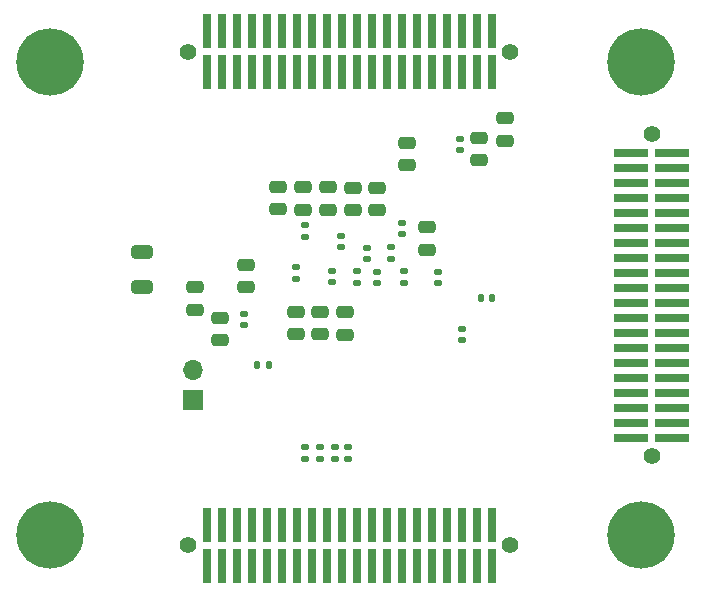
<source format=gbr>
%TF.GenerationSoftware,KiCad,Pcbnew,7.0.7-7.0.7~ubuntu22.04.1*%
%TF.CreationDate,2023-09-19T23:07:00+02:00*%
%TF.ProjectId,som_fpga,736f6d5f-6670-4676-912e-6b696361645f,rev?*%
%TF.SameCoordinates,Original*%
%TF.FileFunction,Soldermask,Bot*%
%TF.FilePolarity,Negative*%
%FSLAX46Y46*%
G04 Gerber Fmt 4.6, Leading zero omitted, Abs format (unit mm)*
G04 Created by KiCad (PCBNEW 7.0.7-7.0.7~ubuntu22.04.1) date 2023-09-19 23:07:00*
%MOMM*%
%LPD*%
G01*
G04 APERTURE LIST*
G04 Aperture macros list*
%AMRoundRect*
0 Rectangle with rounded corners*
0 $1 Rounding radius*
0 $2 $3 $4 $5 $6 $7 $8 $9 X,Y pos of 4 corners*
0 Add a 4 corners polygon primitive as box body*
4,1,4,$2,$3,$4,$5,$6,$7,$8,$9,$2,$3,0*
0 Add four circle primitives for the rounded corners*
1,1,$1+$1,$2,$3*
1,1,$1+$1,$4,$5*
1,1,$1+$1,$6,$7*
1,1,$1+$1,$8,$9*
0 Add four rect primitives between the rounded corners*
20,1,$1+$1,$2,$3,$4,$5,0*
20,1,$1+$1,$4,$5,$6,$7,0*
20,1,$1+$1,$6,$7,$8,$9,0*
20,1,$1+$1,$8,$9,$2,$3,0*%
G04 Aperture macros list end*
%ADD10R,1.700000X1.700000*%
%ADD11O,1.700000X1.700000*%
%ADD12C,5.700000*%
%ADD13RoundRect,0.250000X-0.475000X0.250000X-0.475000X-0.250000X0.475000X-0.250000X0.475000X0.250000X0*%
%ADD14RoundRect,0.135000X0.185000X-0.135000X0.185000X0.135000X-0.185000X0.135000X-0.185000X-0.135000X0*%
%ADD15RoundRect,0.250000X0.475000X-0.250000X0.475000X0.250000X-0.475000X0.250000X-0.475000X-0.250000X0*%
%ADD16RoundRect,0.140000X0.170000X-0.140000X0.170000X0.140000X-0.170000X0.140000X-0.170000X-0.140000X0*%
%ADD17RoundRect,0.140000X-0.170000X0.140000X-0.170000X-0.140000X0.170000X-0.140000X0.170000X0.140000X0*%
%ADD18C,1.420000*%
%ADD19R,0.740000X2.920000*%
%ADD20RoundRect,0.135000X-0.185000X0.135000X-0.185000X-0.135000X0.185000X-0.135000X0.185000X0.135000X0*%
%ADD21R,2.920000X0.740000*%
%ADD22RoundRect,0.140000X-0.140000X-0.170000X0.140000X-0.170000X0.140000X0.170000X-0.140000X0.170000X0*%
%ADD23RoundRect,0.250000X-0.650000X0.325000X-0.650000X-0.325000X0.650000X-0.325000X0.650000X0.325000X0*%
%ADD24RoundRect,0.140000X0.140000X0.170000X-0.140000X0.170000X-0.140000X-0.170000X0.140000X-0.170000X0*%
G04 APERTURE END LIST*
D10*
%TO.C,J1*%
X127200000Y-93675000D03*
D11*
X127200000Y-91135000D03*
%TD*%
D12*
%TO.C,H3*%
X165140000Y-105090000D03*
%TD*%
%TO.C,H1*%
X165140000Y-65090000D03*
%TD*%
%TO.C,H2*%
X115140000Y-65090000D03*
%TD*%
%TO.C,H4*%
X115140000Y-105090000D03*
%TD*%
D13*
%TO.C,C11*%
X153650000Y-69850000D03*
X153650000Y-71750000D03*
%TD*%
D14*
%TO.C,R9*%
X135930000Y-83410000D03*
X135930000Y-82390000D03*
%TD*%
D15*
%TO.C,C38*%
X136480000Y-77580000D03*
X136480000Y-75680000D03*
%TD*%
D16*
%TO.C,C40*%
X139720000Y-80750000D03*
X139720000Y-79790000D03*
%TD*%
%TO.C,C42*%
X143980000Y-81730000D03*
X143980000Y-80770000D03*
%TD*%
D17*
%TO.C,C30*%
X145060000Y-82790000D03*
X145060000Y-83750000D03*
%TD*%
%TO.C,C31*%
X142820000Y-82820000D03*
X142820000Y-83780000D03*
%TD*%
D15*
%TO.C,C8*%
X131690000Y-84130000D03*
X131690000Y-82230000D03*
%TD*%
D18*
%TO.C,J3*%
X126772500Y-64190000D03*
X154082500Y-64190000D03*
D19*
X128362500Y-62475000D03*
X128362500Y-65905000D03*
X129632500Y-62475000D03*
X129632500Y-65905000D03*
X130902500Y-62475000D03*
X130902500Y-65905000D03*
X132172500Y-62475000D03*
X132172500Y-65905000D03*
X133442500Y-62475000D03*
X133442500Y-65905000D03*
X134712500Y-62475000D03*
X134712500Y-65905000D03*
X135982500Y-62475000D03*
X135982500Y-65905000D03*
X137252500Y-62475000D03*
X137252500Y-65905000D03*
X138522500Y-62475000D03*
X138522500Y-65905000D03*
X139792500Y-62475000D03*
X139792500Y-65905000D03*
X141062500Y-62475000D03*
X141062500Y-65905000D03*
X142332500Y-62475000D03*
X142332500Y-65905000D03*
X143602500Y-62475000D03*
X143602500Y-65905000D03*
X144872500Y-62475000D03*
X144872500Y-65905000D03*
X146142500Y-62475000D03*
X146142500Y-65905000D03*
X147412500Y-62475000D03*
X147412500Y-65905000D03*
X148682500Y-62475000D03*
X148682500Y-65905000D03*
X149952500Y-62475000D03*
X149952500Y-65905000D03*
X151222500Y-62475000D03*
X151222500Y-65905000D03*
X152492500Y-62475000D03*
X152492500Y-65905000D03*
%TD*%
D20*
%TO.C,R15*%
X136680000Y-97690000D03*
X136680000Y-98710000D03*
%TD*%
D17*
%TO.C,C43*%
X144890000Y-78690000D03*
X144890000Y-79650000D03*
%TD*%
D15*
%TO.C,C12*%
X135920000Y-88110000D03*
X135920000Y-86210000D03*
%TD*%
D18*
%TO.C,J2*%
X166040000Y-98457500D03*
X166040000Y-71147500D03*
D21*
X164325000Y-96867500D03*
X167755000Y-96867500D03*
X164325000Y-95597500D03*
X167755000Y-95597500D03*
X164325000Y-94327500D03*
X167755000Y-94327500D03*
X164325000Y-93057500D03*
X167755000Y-93057500D03*
X164325000Y-91787500D03*
X167755000Y-91787500D03*
X164325000Y-90517500D03*
X167755000Y-90517500D03*
X164325000Y-89247500D03*
X167755000Y-89247500D03*
X164325000Y-87977500D03*
X167755000Y-87977500D03*
X164325000Y-86707500D03*
X167755000Y-86707500D03*
X164325000Y-85437500D03*
X167755000Y-85437500D03*
X164325000Y-84167500D03*
X167755000Y-84167500D03*
X164325000Y-82897500D03*
X167755000Y-82897500D03*
X164325000Y-81627500D03*
X167755000Y-81627500D03*
X164325000Y-80357500D03*
X167755000Y-80357500D03*
X164325000Y-79087500D03*
X167755000Y-79087500D03*
X164325000Y-77817500D03*
X167755000Y-77817500D03*
X164325000Y-76547500D03*
X167755000Y-76547500D03*
X164325000Y-75277500D03*
X167755000Y-75277500D03*
X164325000Y-74007500D03*
X167755000Y-74007500D03*
X164325000Y-72737500D03*
X167755000Y-72737500D03*
%TD*%
D13*
%TO.C,C25*%
X129500000Y-86750000D03*
X129500000Y-88650000D03*
%TD*%
%TO.C,C7*%
X137990000Y-86230000D03*
X137990000Y-88130000D03*
%TD*%
D15*
%TO.C,C27*%
X127360000Y-86040000D03*
X127360000Y-84140000D03*
%TD*%
D22*
%TO.C,C22*%
X151580000Y-85070000D03*
X152540000Y-85070000D03*
%TD*%
D18*
%TO.C,J4*%
X154082500Y-105990000D03*
X126772500Y-105990000D03*
D19*
X152492500Y-107705000D03*
X152492500Y-104275000D03*
X151222500Y-107705000D03*
X151222500Y-104275000D03*
X149952500Y-107705000D03*
X149952500Y-104275000D03*
X148682500Y-107705000D03*
X148682500Y-104275000D03*
X147412500Y-107705000D03*
X147412500Y-104275000D03*
X146142500Y-107705000D03*
X146142500Y-104275000D03*
X144872500Y-107705000D03*
X144872500Y-104275000D03*
X143602500Y-107705000D03*
X143602500Y-104275000D03*
X142332500Y-107705000D03*
X142332500Y-104275000D03*
X141062500Y-107705000D03*
X141062500Y-104275000D03*
X139792500Y-107705000D03*
X139792500Y-104275000D03*
X138522500Y-107705000D03*
X138522500Y-104275000D03*
X137252500Y-107705000D03*
X137252500Y-104275000D03*
X135982500Y-107705000D03*
X135982500Y-104275000D03*
X134712500Y-107705000D03*
X134712500Y-104275000D03*
X133442500Y-107705000D03*
X133442500Y-104275000D03*
X132172500Y-107705000D03*
X132172500Y-104275000D03*
X130902500Y-107705000D03*
X130902500Y-104275000D03*
X129632500Y-107705000D03*
X129632500Y-104275000D03*
X128362500Y-107705000D03*
X128362500Y-104275000D03*
%TD*%
D15*
%TO.C,C36*%
X140720000Y-77600000D03*
X140720000Y-75700000D03*
%TD*%
D20*
%TO.C,R16*%
X139190000Y-97700000D03*
X139190000Y-98720000D03*
%TD*%
D15*
%TO.C,C35*%
X142770000Y-77620000D03*
X142770000Y-75720000D03*
%TD*%
%TO.C,C28*%
X145350000Y-73790000D03*
X145350000Y-71890000D03*
%TD*%
D17*
%TO.C,C29*%
X147950000Y-82820000D03*
X147950000Y-83780000D03*
%TD*%
D20*
%TO.C,R10*%
X141050000Y-82800000D03*
X141050000Y-83820000D03*
%TD*%
D14*
%TO.C,R17*%
X137940000Y-98710000D03*
X137940000Y-97690000D03*
%TD*%
D20*
%TO.C,R7*%
X136700000Y-78890000D03*
X136700000Y-79910000D03*
%TD*%
D16*
%TO.C,C20*%
X131500000Y-87330000D03*
X131500000Y-86370000D03*
%TD*%
D15*
%TO.C,C9*%
X140040000Y-88150000D03*
X140040000Y-86250000D03*
%TD*%
D17*
%TO.C,C21*%
X140350000Y-97700000D03*
X140350000Y-98660000D03*
%TD*%
D23*
%TO.C,C34*%
X122880000Y-81195000D03*
X122880000Y-84145000D03*
%TD*%
D16*
%TO.C,C41*%
X141960000Y-81770000D03*
X141960000Y-80810000D03*
%TD*%
D15*
%TO.C,C37*%
X138630000Y-77590000D03*
X138630000Y-75690000D03*
%TD*%
D17*
%TO.C,C32*%
X139010000Y-82770000D03*
X139010000Y-83730000D03*
%TD*%
D15*
%TO.C,C26*%
X146990000Y-80960000D03*
X146990000Y-79060000D03*
%TD*%
%TO.C,C13*%
X151380000Y-73400000D03*
X151380000Y-71500000D03*
%TD*%
D24*
%TO.C,C16*%
X133620000Y-90710000D03*
X132660000Y-90710000D03*
%TD*%
D16*
%TO.C,C14*%
X149980000Y-88620000D03*
X149980000Y-87660000D03*
%TD*%
D13*
%TO.C,C39*%
X134380000Y-75660000D03*
X134380000Y-77560000D03*
%TD*%
D16*
%TO.C,C19*%
X149830000Y-72510000D03*
X149830000Y-71550000D03*
%TD*%
M02*

</source>
